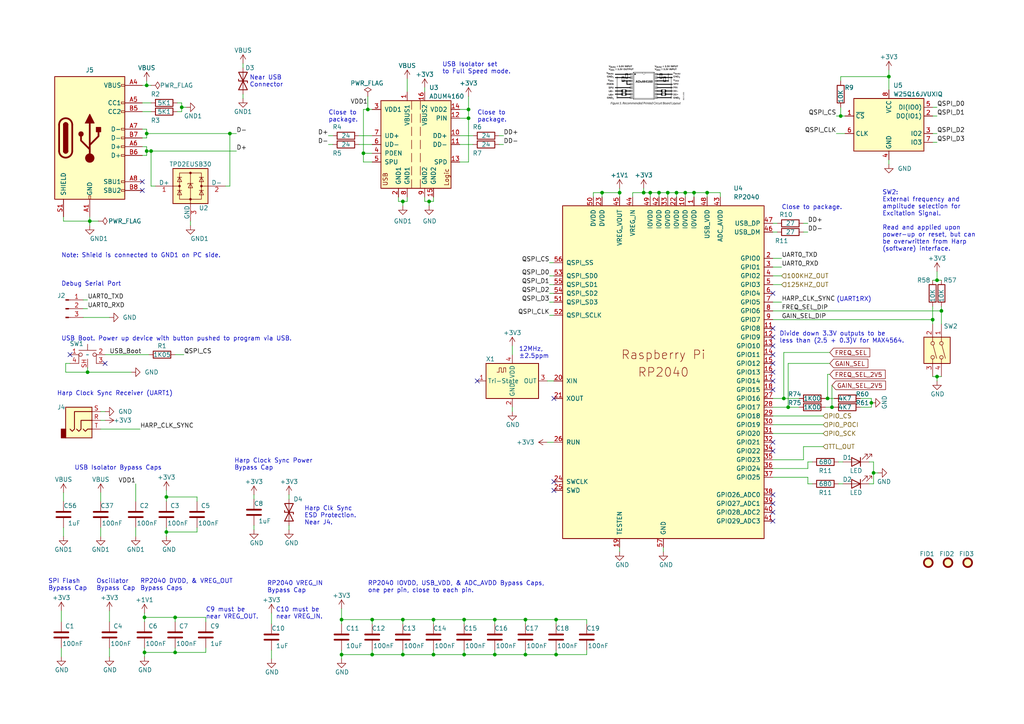
<source format=kicad_sch>
(kicad_sch (version 20231120) (generator "eeschema") (generator_version "8.0")
  (paper "A4")
  (title_block (title "Lickety Split Capacitive Lick Detector Main Board") (date "2023-09-01") (rev "1.0.0") (company "The Allen Institute for Neural Dynamics"))
  (junction (at 52.705 31.115))
  (junction (at 273.05 90.17))
  (junction (at 174.625 55.88))
  (junction (at 191.135 55.88))
  (junction (at 50.8 179.07))
  (junction (at 201.295 55.88))
  (junction (at 116.84 58.42))
  (junction (at 105.41 44.45))
  (junction (at 107.95 189.865))
  (junction (at 253.365 137.16))
  (junction (at 271.78 109.22))
  (junction (at 99.06 189.865))
  (junction (at 41.91 179.07))
  (junction (at 25.4 107.95))
  (junction (at 179.705 55.88))
  (junction (at 99.06 179.705))
  (junction (at 227.33 115.57))
  (junction (at 134.62 189.865))
  (junction (at 43.815 43.815))
  (junction (at 116.84 189.865))
  (junction (at 152.4 189.865))
  (junction (at 161.29 179.705))
  (junction (at 243.84 33.655))
  (junction (at 134.62 179.705))
  (junction (at 26.035 64.135))
  (junction (at 42.545 43.815))
  (junction (at 240.03 115.57))
  (junction (at 125.73 179.705))
  (junction (at 228.6 118.11))
  (junction (at 41.91 189.23))
  (junction (at 271.78 81.28))
  (junction (at 116.84 179.705))
  (junction (at 152.4 179.705))
  (junction (at 205.105 55.88))
  (junction (at 42.545 38.735))
  (junction (at 193.675 55.88))
  (junction (at 50.8 189.23))
  (junction (at 241.3 118.11))
  (junction (at 48.26 154.305))
  (junction (at 143.51 179.705))
  (junction (at 196.215 55.88))
  (junction (at 135.89 31.75))
  (junction (at 107.95 179.705))
  (junction (at 42.545 24.765))
  (junction (at 186.69 55.88))
  (junction (at 66.675 38.735))
  (junction (at 252.73 116.84))
  (junction (at 124.46 58.42))
  (junction (at 161.29 189.865))
  (junction (at 188.595 55.88))
  (junction (at 257.81 22.225))
  (junction (at 270.51 92.71))
  (junction (at 125.73 189.865))
  (junction (at 198.755 55.88))
  (junction (at 48.26 144.145))
  (junction (at 106.68 31.75))
  (junction (at 143.51 189.865))
  (junction (at 135.89 34.29))
  (no_connect (at 41.275 55.245))
  (no_connect (at 224.155 130.81))
  (no_connect (at 224.155 95.25))
  (no_connect (at 224.155 110.49))
  (no_connect (at 224.155 113.03))
  (no_connect (at 224.155 102.87))
  (no_connect (at 224.155 148.59))
  (no_connect (at 224.155 107.95))
  (no_connect (at 20.32 102.87))
  (no_connect (at 224.155 146.05))
  (no_connect (at 224.155 143.51))
  (no_connect (at 224.155 151.13))
  (no_connect (at 224.155 128.27))
  (no_connect (at 30.48 105.41))
  (no_connect (at 160.655 115.57))
  (no_connect (at 224.155 105.41))
  (no_connect (at 224.155 85.09))
  (no_connect (at 224.155 97.79))
  (no_connect (at 41.275 52.705))
  (no_connect (at 160.655 139.7))
  (no_connect (at 224.155 100.33))
  (no_connect (at 160.655 142.24))
  (no_connect (at 138.43 110.49))
  (wire (pts (xy 243.84 22.225) (xy 257.81 22.225)))
  (wire (pts (xy 234.315 138.43) (xy 224.155 138.43)))
  (wire (pts (xy 31.75 177.165) (xy 31.75 180.34)))
  (wire (pts (xy 270.51 88.9) (xy 270.51 92.71)))
  (wire (pts (xy 57.15 154.305) (xy 57.15 153.035)))
  (wire (pts (xy 95.25 39.37) (xy 96.52 39.37)))
  (wire (pts (xy 104.14 39.37) (xy 107.95 39.37)))
  (wire (pts (xy 106.68 27.94) (xy 106.68 31.75)))
  (wire (pts (xy 196.215 55.88) (xy 196.215 57.15)))
  (wire (pts (xy 193.675 55.88) (xy 196.215 55.88)))
  (wire (pts (xy 257.81 22.225) (xy 257.81 26.035)))
  (wire (pts (xy 243.84 23.495) (xy 243.84 22.225)))
  (wire (pts (xy 99.06 179.705) (xy 99.06 180.975)))
  (wire (pts (xy 25.4 106.68) (xy 25.4 107.95)))
  (wire (pts (xy 41.91 179.07) (xy 50.8 179.07)))
  (wire (pts (xy 124.46 58.42) (xy 125.73 58.42)))
  (wire (pts (xy 123.19 58.42) (xy 124.46 58.42)))
  (wire (pts (xy 18.415 153.035) (xy 18.415 155.575)))
  (wire (pts (xy 252.095 133.985) (xy 253.365 133.985)))
  (wire (pts (xy 18.415 62.865) (xy 18.415 64.135)))
  (wire (pts (xy 42.545 42.545) (xy 42.545 43.815)))
  (wire (pts (xy 39.37 140.335) (xy 39.37 145.415)))
  (wire (pts (xy 42.545 43.815) (xy 42.545 45.085)))
  (wire (pts (xy 253.365 137.16) (xy 254.635 137.16)))
  (wire (pts (xy 30.48 102.87) (xy 43.18 102.87)))
  (wire (pts (xy 270.51 38.735) (xy 271.78 38.735)))
  (wire (pts (xy 144.78 41.91) (xy 146.05 41.91)))
  (wire (pts (xy 252.73 115.57) (xy 252.73 116.84)))
  (wire (pts (xy 253.365 137.16) (xy 253.365 140.335)))
  (wire (pts (xy 107.95 188.595) (xy 107.95 189.865)))
  (wire (pts (xy 48.26 142.24) (xy 48.26 144.145)))
  (wire (pts (xy 243.84 31.115) (xy 243.84 33.655)))
  (wire (pts (xy 143.51 179.705) (xy 143.51 180.975)))
  (wire (pts (xy 19.05 107.95) (xy 19.05 105.41)))
  (wire (pts (xy 134.62 179.705) (xy 143.51 179.705)))
  (wire (pts (xy 29.21 124.46) (xy 40.64 124.46)))
  (wire (pts (xy 224.155 115.57) (xy 227.33 115.57)))
  (wire (pts (xy 125.73 180.975) (xy 125.73 179.705)))
  (wire (pts (xy 170.18 188.595) (xy 170.18 189.865)))
  (wire (pts (xy 160.655 80.01) (xy 159.385 80.01)))
  (wire (pts (xy 18.415 142.875) (xy 18.415 145.415)))
  (wire (pts (xy 134.62 189.865) (xy 125.73 189.865)))
  (wire (pts (xy 224.155 123.19) (xy 238.76 123.19)))
  (wire (pts (xy 39.37 153.035) (xy 39.37 155.575)))
  (wire (pts (xy 116.84 179.705) (xy 116.84 180.975)))
  (wire (pts (xy 143.51 188.595) (xy 143.51 189.865)))
  (wire (pts (xy 66.675 38.735) (xy 66.675 53.975)))
  (wire (pts (xy 160.655 82.55) (xy 159.385 82.55)))
  (wire (pts (xy 201.295 55.88) (xy 201.295 57.15)))
  (wire (pts (xy 123.19 57.15) (xy 123.19 58.42)))
  (wire (pts (xy 252.095 140.335) (xy 253.365 140.335)))
  (wire (pts (xy 125.73 188.595) (xy 125.73 189.865)))
  (wire (pts (xy 227.33 102.235) (xy 227.33 115.57)))
  (wire (pts (xy 224.155 67.31) (xy 225.425 67.31)))
  (wire (pts (xy 133.35 41.91) (xy 137.16 41.91)))
  (wire (pts (xy 115.57 57.15) (xy 115.57 58.42)))
  (wire (pts (xy 135.89 31.75) (xy 133.35 31.75)))
  (wire (pts (xy 239.395 115.57) (xy 240.03 115.57)))
  (wire (pts (xy 224.155 133.35) (xy 233.045 133.35)))
  (wire (pts (xy 242.57 33.655) (xy 243.84 33.655)))
  (wire (pts (xy 188.595 55.88) (xy 186.69 55.88)))
  (wire (pts (xy 198.755 55.88) (xy 201.295 55.88)))
  (wire (pts (xy 42.545 45.085) (xy 41.275 45.085)))
  (wire (pts (xy 125.73 189.865) (xy 116.84 189.865)))
  (wire (pts (xy 208.915 55.88) (xy 205.105 55.88)))
  (wire (pts (xy 43.815 53.975) (xy 45.085 53.975)))
  (wire (pts (xy 233.045 64.77) (xy 234.315 64.77)))
  (wire (pts (xy 41.91 189.23) (xy 41.91 190.5)))
  (wire (pts (xy 59.69 189.23) (xy 59.69 187.96)))
  (wire (pts (xy 243.205 140.335) (xy 244.475 140.335)))
  (wire (pts (xy 116.84 58.42) (xy 116.84 59.69)))
  (wire (pts (xy 196.215 55.88) (xy 198.755 55.88)))
  (wire (pts (xy 205.105 55.88) (xy 201.295 55.88)))
  (wire (pts (xy 133.35 34.29) (xy 135.89 34.29)))
  (wire (pts (xy 19.05 107.95) (xy 25.4 107.95)))
  (wire (pts (xy 243.84 33.655) (xy 245.11 33.655)))
  (wire (pts (xy 42.545 24.765) (xy 41.275 24.765)))
  (wire (pts (xy 271.78 109.22) (xy 271.78 110.49)))
  (wire (pts (xy 42.545 23.495) (xy 42.545 24.765)))
  (wire (pts (xy 174.625 55.88) (xy 174.625 57.15)))
  (wire (pts (xy 105.41 46.99) (xy 105.41 44.45)))
  (wire (pts (xy 51.435 29.845) (xy 52.705 29.845)))
  (wire (pts (xy 70.485 27.305) (xy 70.485 28.575)))
  (wire (pts (xy 48.26 154.305) (xy 57.15 154.305)))
  (wire (pts (xy 43.815 24.765) (xy 42.545 24.765)))
  (wire (pts (xy 70.485 18.415) (xy 70.485 19.685)))
  (wire (pts (xy 224.155 90.17) (xy 273.05 90.17)))
  (wire (pts (xy 179.705 55.88) (xy 174.625 55.88)))
  (wire (pts (xy 50.8 179.07) (xy 59.69 179.07)))
  (wire (pts (xy 224.155 82.55) (xy 226.695 82.55)))
  (wire (pts (xy 234.315 135.89) (xy 234.315 133.985)))
  (wire (pts (xy 152.4 188.595) (xy 152.4 189.865)))
  (wire (pts (xy 55.245 64.135) (xy 55.245 65.405)))
  (wire (pts (xy 243.205 133.985) (xy 244.475 133.985)))
  (wire (pts (xy 252.73 116.84) (xy 252.73 118.11)))
  (wire (pts (xy 118.11 57.15) (xy 118.11 58.42)))
  (wire (pts (xy 73.66 143.51) (xy 73.66 144.78)))
  (wire (pts (xy 144.78 39.37) (xy 146.05 39.37)))
  (wire (pts (xy 50.8 180.34) (xy 50.8 179.07)))
  (wire (pts (xy 198.755 55.88) (xy 198.755 57.15)))
  (wire (pts (xy 78.74 188.595) (xy 78.74 191.135)))
  (wire (pts (xy 43.815 43.815) (xy 43.815 53.975)))
  (wire (pts (xy 241.3 118.11) (xy 241.935 118.11)))
  (wire (pts (xy 135.89 34.29) (xy 135.89 46.99)))
  (wire (pts (xy 228.6 118.11) (xy 231.775 118.11)))
  (wire (pts (xy 174.625 55.88) (xy 172.085 55.88)))
  (wire (pts (xy 41.91 187.96) (xy 41.91 189.23)))
  (wire (pts (xy 159.385 91.44) (xy 160.655 91.44)))
  (wire (pts (xy 161.29 189.865) (xy 170.18 189.865)))
  (wire (pts (xy 273.05 88.9) (xy 273.05 90.17)))
  (wire (pts (xy 249.555 118.11) (xy 252.73 118.11)))
  (wire (pts (xy 42.545 38.735) (xy 66.675 38.735)))
  (wire (pts (xy 105.41 44.45) (xy 105.41 31.75)))
  (wire (pts (xy 183.515 55.88) (xy 183.515 57.15)))
  (wire (pts (xy 133.35 39.37) (xy 137.16 39.37)))
  (wire (pts (xy 24.13 89.535) (xy 25.4 89.535)))
  (wire (pts (xy 158.75 128.27) (xy 160.655 128.27)))
  (wire (pts (xy 118.11 58.42) (xy 116.84 58.42)))
  (wire (pts (xy 224.155 80.01) (xy 226.695 80.01)))
  (wire (pts (xy 26.035 64.135) (xy 28.575 64.135)))
  (wire (pts (xy 273.05 109.22) (xy 271.78 109.22)))
  (wire (pts (xy 52.705 32.385) (xy 52.705 31.115)))
  (wire (pts (xy 179.705 55.88) (xy 179.705 57.15)))
  (wire (pts (xy 135.89 46.99) (xy 133.35 46.99)))
  (wire (pts (xy 116.84 189.865) (xy 107.95 189.865)))
  (wire (pts (xy 25.4 107.95) (xy 38.1 107.95)))
  (wire (pts (xy 66.675 38.735) (xy 68.58 38.735)))
  (wire (pts (xy 188.595 55.88) (xy 191.135 55.88)))
  (wire (pts (xy 42.545 40.005) (xy 41.275 40.005)))
  (wire (pts (xy 257.81 46.355) (xy 257.81 47.625)))
  (wire (pts (xy 191.135 55.88) (xy 191.135 57.15)))
  (wire (pts (xy 29.21 153.035) (xy 29.21 155.575)))
  (wire (pts (xy 179.705 54.61) (xy 179.705 55.88)))
  (wire (pts (xy 50.8 189.23) (xy 59.69 189.23)))
  (wire (pts (xy 17.78 187.96) (xy 17.78 190.5)))
  (wire (pts (xy 233.045 129.54) (xy 233.045 133.35)))
  (wire (pts (xy 179.705 158.75) (xy 179.705 160.02)))
  (wire (pts (xy 125.73 179.705) (xy 134.62 179.705)))
  (wire (pts (xy 271.78 81.28) (xy 273.05 81.28)))
  (wire (pts (xy 83.82 152.4) (xy 83.82 153.67)))
  (wire (pts (xy 107.95 31.75) (xy 106.68 31.75)))
  (wire (pts (xy 186.69 54.61) (xy 186.69 55.88)))
  (wire (pts (xy 224.155 125.73) (xy 238.76 125.73)))
  (wire (pts (xy 118.11 22.86) (xy 118.11 26.67)))
  (wire (pts (xy 99.06 188.595) (xy 99.06 189.865)))
  (wire (pts (xy 234.315 140.335) (xy 234.315 138.43)))
  (wire (pts (xy 227.33 115.57) (xy 231.775 115.57)))
  (wire (pts (xy 152.4 180.975) (xy 152.4 179.705)))
  (wire (pts (xy 99.06 179.705) (xy 107.95 179.705)))
  (wire (pts (xy 205.105 55.88) (xy 205.105 57.15)))
  (wire (pts (xy 41.91 189.23) (xy 50.8 189.23)))
  (wire (pts (xy 107.95 46.99) (xy 105.41 46.99)))
  (wire (pts (xy 148.59 118.11) (xy 148.59 119.38)))
  (wire (pts (xy 152.4 189.865) (xy 161.29 189.865)))
  (wire (pts (xy 52.705 31.115) (xy 52.705 29.845)))
  (wire (pts (xy 24.13 86.995) (xy 25.4 86.995)))
  (wire (pts (xy 228.6 105.41) (xy 228.6 118.11)))
  (wire (pts (xy 224.155 74.93) (xy 226.695 74.93)))
  (wire (pts (xy 161.29 179.705) (xy 152.4 179.705)))
  (wire (pts (xy 143.51 189.865) (xy 134.62 189.865)))
  (wire (pts (xy 208.915 57.15) (xy 208.915 55.88)))
  (wire (pts (xy 17.78 177.165) (xy 17.78 180.34)))
  (wire (pts (xy 188.595 55.88) (xy 188.595 57.15)))
  (wire (pts (xy 224.155 120.65) (xy 238.76 120.65)))
  (wire (pts (xy 158.75 110.49) (xy 160.655 110.49)))
  (wire (pts (xy 224.155 77.47) (xy 226.695 77.47)))
  (wire (pts (xy 253.365 133.985) (xy 253.365 137.16)))
  (wire (pts (xy 161.29 180.975) (xy 161.29 179.705)))
  (wire (pts (xy 234.315 133.985) (xy 235.585 133.985)))
  (wire (pts (xy 271.78 109.22) (xy 270.51 109.22)))
  (wire (pts (xy 123.19 25.4) (xy 123.19 26.67)))
  (wire (pts (xy 41.91 177.8) (xy 41.91 179.07)))
  (wire (pts (xy 238.76 129.54) (xy 233.045 129.54)))
  (wire (pts (xy 224.155 135.89) (xy 234.315 135.89)))
  (wire (pts (xy 48.26 153.035) (xy 48.26 154.305)))
  (wire (pts (xy 18.415 64.135) (xy 26.035 64.135)))
  (wire (pts (xy 57.15 145.415) (xy 57.15 144.145)))
  (wire (pts (xy 41.275 29.845) (xy 43.815 29.845)))
  (wire (pts (xy 29.21 142.875) (xy 29.21 145.415)))
  (wire (pts (xy 224.155 87.63) (xy 226.695 87.63)))
  (wire (pts (xy 26.035 62.865) (xy 26.035 64.135)))
  (wire (pts (xy 143.51 179.705) (xy 152.4 179.705)))
  (wire (pts (xy 270.51 33.655) (xy 271.78 33.655)))
  (wire (pts (xy 48.26 154.305) (xy 48.26 155.575)))
  (wire (pts (xy 116.84 188.595) (xy 116.84 189.865)))
  (wire (pts (xy 116.84 58.42) (xy 115.57 58.42)))
  (wire (pts (xy 193.675 55.88) (xy 193.675 57.15)))
  (wire (pts (xy 170.18 180.975) (xy 170.18 179.705)))
  (wire (pts (xy 270.51 31.115) (xy 271.78 31.115)))
  (wire (pts (xy 224.155 64.77) (xy 225.425 64.77)))
  (wire (pts (xy 29.21 119.38) (xy 30.48 119.38)))
  (wire (pts (xy 41.275 37.465) (xy 42.545 37.465)))
  (wire (pts (xy 42.545 37.465) (xy 42.545 38.735)))
  (wire (pts (xy 99.06 189.865) (xy 107.95 189.865)))
  (wire (pts (xy 160.655 87.63) (xy 159.385 87.63)))
  (wire (pts (xy 159.385 76.2) (xy 160.655 76.2)))
  (wire (pts (xy 42.545 43.815) (xy 43.815 43.815)))
  (wire (pts (xy 24.13 92.075) (xy 31.75 92.075)))
  (wire (pts (xy 241.3 111.76) (xy 241.3 118.11)))
  (wire (pts (xy 161.29 189.865) (xy 161.29 188.595)))
  (wire (pts (xy 172.085 55.88) (xy 172.085 57.15)))
  (wire (pts (xy 235.585 140.335) (xy 234.315 140.335)))
  (wire (pts (xy 152.4 189.865) (xy 143.51 189.865)))
  (wire (pts (xy 41.91 179.07) (xy 41.91 180.34)))
  (wire (pts (xy 107.95 179.705) (xy 107.95 180.975)))
  (wire (pts (xy 135.89 27.94) (xy 135.89 31.75)))
  (wire (pts (xy 106.68 31.75) (xy 105.41 31.75)))
  (wire (pts (xy 134.62 179.705) (xy 134.62 180.975)))
  (wire (pts (xy 191.135 55.88) (xy 193.675 55.88)))
  (wire (pts (xy 73.66 152.4) (xy 73.66 153.67)))
  (wire (pts (xy 78.74 177.8) (xy 78.74 180.975)))
  (wire (pts (xy 83.82 143.51) (xy 83.82 144.78)))
  (wire (pts (xy 233.045 67.31) (xy 234.315 67.31)))
  (wire (pts (xy 50.8 189.23) (xy 50.8 187.96)))
  (wire (pts (xy 51.435 32.385) (xy 52.705 32.385)))
  (wire (pts (xy 270.51 81.28) (xy 271.78 81.28)))
  (wire (pts (xy 240.665 102.235) (xy 227.33 102.235)))
  (wire (pts (xy 249.555 115.57) (xy 252.73 115.57)))
  (wire (pts (xy 240.665 105.41) (xy 228.6 105.41)))
  (wire (pts (xy 99.06 189.865) (xy 99.06 191.135)))
  (wire (pts (xy 242.57 38.735) (xy 245.11 38.735)))
  (wire (pts (xy 31.75 187.96) (xy 31.75 190.5)))
  (wire (pts (xy 52.705 31.115) (xy 53.975 31.115)))
  (wire (pts (xy 19.05 105.41) (xy 20.32 105.41)))
  (wire (pts (xy 41.275 42.545) (xy 42.545 42.545)))
  (wire (pts (xy 160.655 85.09) (xy 159.385 85.09)))
  (wire (pts (xy 192.405 158.75) (xy 192.405 160.02)))
  (wire (pts (xy 270.51 92.71) (xy 270.51 93.98)))
  (wire (pts (xy 125.73 58.42) (xy 125.73 57.15)))
  (wire (pts (xy 41.275 32.385) (xy 43.815 32.385)))
  (wire (pts (xy 134.62 188.595) (xy 134.62 189.865)))
  (wire (pts (xy 59.69 180.34) (xy 59.69 179.07)))
  (wire (pts (xy 48.26 144.145) (xy 48.26 145.415)))
  (wire (pts (xy 116.84 179.705) (xy 125.73 179.705)))
  (wire (pts (xy 104.14 41.91) (xy 107.95 41.91)))
  (wire (pts (xy 239.395 118.11) (xy 241.3 118.11)))
  (wire (pts (xy 273.05 90.17) (xy 273.05 93.98)))
  (wire (pts (xy 257.81 20.32) (xy 257.81 22.225)))
  (wire (pts (xy 107.95 44.45) (xy 105.41 44.45)))
  (wire (pts (xy 124.46 58.42) (xy 124.46 59.69)))
  (wire (pts (xy 57.15 144.145) (xy 48.26 144.145)))
  (wire (pts (xy 224.155 118.11) (xy 228.6 118.11)))
  (wire (pts (xy 43.815 43.815) (xy 68.58 43.815)))
  (wire (pts (xy 29.21 121.92) (xy 30.48 121.92)))
  (wire (pts (xy 148.59 100.33) (xy 148.59 102.87)))
  (wire (pts (xy 66.675 53.975) (xy 65.405 53.975)))
  (wire (pts (xy 42.545 38.735) (xy 42.545 40.005)))
  (wire (pts (xy 170.18 179.705) (xy 161.29 179.705)))
  (wire (pts (xy 186.69 55.88) (xy 183.515 55.88)))
  (wire (pts (xy 240.03 108.585) (xy 240.03 115.57)))
  (wire (pts (xy 95.25 41.91) (xy 96.52 41.91)))
  (wire (pts (xy 270.51 41.275) (xy 271.78 41.275)))
  (wire (pts (xy 240.03 115.57) (xy 241.935 115.57)))
  (wire (pts (xy 116.84 179.705) (xy 107.95 179.705)))
  (wire (pts (xy 26.035 64.135) (xy 26.035 65.405)))
  (wire (pts (xy 240.03 108.585) (xy 240.665 108.585)))
  (wire (pts (xy 271.78 78.74) (xy 271.78 81.28)))
  (wire (pts (xy 50.8 102.87) (xy 53.34 102.87)))
  (wire (pts (xy 99.06 176.53) (xy 99.06 179.705)))
  (wire (pts (xy 224.155 92.71) (xy 270.51 92.71)))
  (wire (pts (xy 135.89 31.75) (xy 135.89 34.29)))
  (image (at 186.69 24.765) (scale 0.172608))
  (text "Close to\npackage." (at 95.25 35.56 0) (effects (font (size 1.27 1.27)) (justify left bottom)))
  (text "Close to\npackage." (at 138.43 35.56 0) (effects (font (size 1.27 1.27)) (justify left bottom)))
  (text "Near USB\nConnector" (at 72.39 25.4 0) (effects (font (size 1.27 1.27)) (justify left bottom)))
  (text "Close to package." (at 226.695 60.96 0) (effects (font (size 1.27 1.27)) (justify left bottom)))
  (text "(UART1RX)" (at 242.57 87.63 0) (effects (font (size 1.27 1.27)) (justify left bottom)))
  (text "Harp Clk Sync\nESD Protection.\nNear J4." (at 88.265 152.4 0) (effects (font (size 1.27 1.27)) (justify left bottom)))
  (text "RP2040 VREG_IN\nBypass Cap" (at 77.47 172.085 0) (effects (font (size 1.27 1.27)) (justify left bottom)))
  (text "Oscillator\nBypass Cap" (at 27.94 171.45 0) (effects (font (size 1.27 1.27)) (justify left bottom)))
  (text "Harp Clock Sync Power\nBypass Cap" (at 67.945 136.525 0) (effects (font (size 1.27 1.27)) (justify left bottom)))
  (text "C10 must be \nnear VREG_IN." (at 80.01 179.705 0) (effects (font (size 1.27 1.27)) (justify left bottom)))
  (text "RP2040 DVDD, & VREG_OUT \nBypass Caps" (at 40.64 171.45 0) (effects (font (size 1.27 1.27)) (justify left bottom)))
  (text "Debug Serial Port" (at 17.78 83.185 0) (effects (font (size 1.27 1.27)) (justify left bottom)))
  (text "USB Boot. Power up device with button pushed to program via USB." (at 17.78 99.06 0) (effects (font (size 1.27 1.27)) (justify left bottom)))
  (text "Divide down 3.3V outputs to be\nless than (2.5 + 0.3)V for MAX4564." (at 226.06 99.695 0) (effects (font (size 1.27 1.27)) (justify left bottom)))
  (text "C9 must be \nnear VREG_OUT." (at 59.69 179.705 0) (effects (font (size 1.27 1.27)) (justify left bottom)))
  (text "Harp Clock Sync Receiver (UART1)" (at 16.51 114.935 0) (effects (font (size 1.27 1.27)) (justify left bottom)))
  (text "12MHz,\n±2.5ppm" (at 150.495 104.14 0) (effects (font (size 1.27 1.27)) (justify left bottom)))
  (text "Note: Shield is connected to GND1 on PC side." (at 17.78 74.93 0) (effects (font (size 1.27 1.27)) (justify left bottom)))
  (text "RP2040 IOVDD, USB_VDD, & ADC_AVDD Bypass Caps, \none per pin, close to each pin." (at 106.68 172.085 0) (effects (font (size 1.27 1.27)) (justify left bottom)))
  (text "USB Isolator Bypass Caps" (at 21.59 136.525 0) (effects (font (size 1.27 1.27)) (justify left bottom)))
  (text "SW2:\nExternal frequency and \namplitude selection for\nExcitation Signal.\n\nRead and applied upon\npower-up or reset, but can\nbe overwritten from Harp\n(software) interface." (at 255.905 73.025 0) (effects (font (size 1.27 1.27)) (justify left bottom)))
  (text "SPI Flash\nBypass Cap" (at 13.97 171.45 0) (effects (font (size 1.27 1.27)) (justify left bottom)))
  (text "USB Isolator set\nto Full Speed mode." (at 128.27 21.59 0) (effects (font (size 1.27 1.27)) (justify left bottom)))
  (label "HARP_CLK_SYNC" (at 40.64 124.46 0))
  (label "QSPI_CS" (at 53.34 102.87 0))
  (label "UART0_TXD" (at 226.695 74.93 0))
  (label "QSPI_D3" (at 159.385 87.63 180))
  (label "QSPI_D2" (at 159.385 85.09 180))
  (label "D-" (at 95.25 41.91 180))
  (label "UART0_RXD" (at 25.4 89.535 0))
  (label "QSPI_D1" (at 159.385 82.55 180))
  (label "QSPI_D0" (at 271.78 31.115 0))
  (label "FREQ_SEL_DIP" (at 226.695 90.17 0))
  (label "DD-" (at 146.05 41.91 0))
  (label "QSPI_D3" (at 271.78 41.275 0))
  (label "DD+" (at 146.05 39.37 0))
  (label "HARP_CLK_SYNC" (at 226.695 87.63 0))
  (label "QSPI_CS" (at 242.57 33.655 180))
  (label "USB_Boot" (at 31.75 102.87 0))
  (label "UART0_TXD" (at 25.4 86.995 0))
  (label "QSPI_CLK" (at 242.57 38.735 180))
  (label "DD-" (at 234.315 67.31 0))
  (label "UART0_RXD" (at 226.695 77.47 0))
  (label "D-" (at 68.58 38.735 0))
  (label "QSPI_D2" (at 271.78 38.735 0))
  (label "VDD1" (at 106.68 30.48 180))
  (label "VDD1" (at 39.37 140.335 180))
  (label "GAIN_SEL_DIP" (at 226.695 92.71 0))
  (label "D+" (at 68.58 43.815 0))
  (label "D+" (at 95.25 39.37 180))
  (label "QSPI_D1" (at 271.78 33.655 0))
  (label "QSPI_D0" (at 159.385 80.01 180))
  (label "QSPI_CLK" (at 159.385 91.44 180))
  (label "QSPI_CS" (at 159.385 76.2 180))
  (label "DD+" (at 234.315 64.77 0))
  (global_label "GAIN_SEL_2V5" (shape input) (at 241.3 111.76 0) (property "Intersheetrefs" "${INTERSHEET_REFS}" (effects (hide yes))))
  (global_label "GAIN_SEL" (shape input) (at 240.665 105.41 0) (property "Intersheetrefs" "${INTERSHEET_REFS}" (effects (hide yes))))
  (global_label "FREQ_SEL_2V5" (shape input) (at 240.665 108.585 0) (property "Intersheetrefs" "${INTERSHEET_REFS}" (effects (hide yes))))
  (global_label "FREQ_SEL" (shape input) (at 240.665 102.235 0) (property "Intersheetrefs" "${INTERSHEET_REFS}" (effects (hide yes))))
  (hierarchical_label "PIO_SCK" (shape input) (at 238.76 125.73 0))
  (hierarchical_label "100KHZ_OUT" (shape input) (at 226.695 80.01 0))
  (hierarchical_label "125KHZ_OUT" (shape input) (at 226.695 82.55 0))
  (hierarchical_label "TTL_OUT" (shape input) (at 238.76 129.54 0))
  (hierarchical_label "PIO_POCI" (shape input) (at 238.76 123.19 0))
  (hierarchical_label "PIO_CS" (shape input) (at 238.76 120.65 0))
  (symbol (lib_id "Device:R") (at 47.625 32.385 90) (unit 1)
    (property "Reference" "R3" (at 45.085 34.925 90))
    (property "Value" "5K1" (at 47.625 32.385 90))
    (property "Footprint" "Resistor_SMD:R_0402_1005Metric" (effects (hide yes)))
    (property "Datasheet" "https://www.yageo.com/upload/media/product/productsearch/datasheet/rchip/PYu-RT_1-to-0.01_RoHS_L_13.pdf" (effects (hide yes)))
    (property "Link" "https://www.digikey.com/en/products/detail/yageo/RT0402FRE075K1L/1072083" (effects (hide yes)))
    (property "Manufacturer" "Yageo" (effects (hide yes)))
    (property "Manufacturer Number" "RT0402FRE075K1L" (effects (hide yes)))
    (property "Tolerance" "1%" (effects (hide yes)))
    (property "PCBWay Link" "https://www.pcbway.com/components/detail/RT0402FRE075K1L/449762/" (effects (hide yes)))
  )
  (symbol (lib_id "power:GND") (at 83.82 153.67 0) (unit 1)
    (property "Reference" "#PWR095" (effects (hide yes)))
    (property "Value" "GND" (at 82.55 157.48 0) (effects (justify left)))
  )
  (symbol (lib_id "Mechanical:Fiducial") (at 269.24 163.195 0) (unit 1)
    (property "Reference" "FID1" (at 266.7 160.655 0) (effects (justify left)))
    (property "Value" "Fiducial" (effects (hide yes)))
    (property "Footprint" "Fiducial:Fiducial_0.5mm_Mask1mm" (effects (hide yes)))
    (property "Datasheet" "n/a" (effects (hide yes)))
    (property "Link" "n/a" (effects (hide yes)))
    (property "Manufacturer" "n/a" (effects (hide yes)))
    (property "Manufacturer Number" "n/a" (effects (hide yes)))
  )
  (symbol (lib_id "power:GND1") (at 70.485 28.575 0) (unit 1)
    (property "Reference" "#PWR079" (effects (hide yes)))
    (property "Value" "GND1" (at 70.485 32.385 0))
  )
  (symbol (lib_id "power:+3V3") (at 271.78 78.74 0) (unit 1)
    (property "Reference" "#PWR08" (effects (hide yes)))
    (property "Value" "+3V3" (at 271.78 74.93 0))
  )
  (symbol (lib_id "Device:R") (at 243.84 27.305 180) (unit 1)
    (property "Reference" "R9" (at 247.65 25.4 0) (effects (justify left)))
    (property "Value" "10K" (at 243.84 26.035 90) (effects (justify left)))
    (property "Footprint" "Resistor_SMD:R_0402_1005Metric" (effects (hide yes)))
    (property "Datasheet" "https://www.koaspeer.com/pdfs/SG73P.pdf" (effects (hide yes)))
    (property "Link" "https://www.digikey.com/en/products/detail/koa-speer-electronics-inc/SG73P1EWTTP1002F/14316756" (effects (hide yes)))
    (property "Manufacturer" "KOA Speer Electronics, Inc." (effects (hide yes)))
    (property "Manufacturer Number" "SG73P1EWTTP1002F" (effects (hide yes)))
  )
  (symbol (lib_id "Device:R") (at 100.33 41.91 90) (unit 1)
    (property "Reference" "R5" (at 97.79 44.45 90))
    (property "Value" "24" (at 100.33 41.91 90))
    (property "Footprint" "Resistor_SMD:R_0402_1005Metric" (effects (hide yes)))
    (property "Datasheet" "https://www.yageo.com/upload/media/product/productsearch/datasheet/rchip/PYu-AC_51_RoHS_L_10.pdf" (effects (hide yes)))
    (property "Link" "https://www.digikey.com/en/products/detail/yageo/AC0402FR-0724RL/5895214" (effects (hide yes)))
    (property "Manufacturer" "Yageo" (effects (hide yes)))
    (property "Manufacturer Number" "AC0402FR-0724RL" (effects (hide yes)))
    (property "Tolerance" "1%" (effects (hide yes)))
  )
  (symbol (lib_id "Memory_Flash:W25Q128JVS") (at 257.81 36.195 0) (unit 1)
    (property "Reference" "U5" (at 259.08 24.765 0) (effects (justify left)))
    (property "Value" "W25Q16JVUXIQ" (at 259.08 27.305 0) (effects (justify left)))
    (property "Footprint" "kicad_component_library:Winbond-8USON-2x3mm" (effects (hide yes)))
    (property "Datasheet" "https://www.winbond.com/resource-files/w25q16jv%20spi%20revh%2004082019%20plus.pdf" (effects (hide yes)))
    (property "Link" "https://www.digikey.com/en/products/detail/winbond-electronics/W25Q16JVUXIQ-TR/15182017" (effects (hide yes)))
    (property "Manufacturer" "Winbond Electronics" (effects (hide yes)))
    (property "Manufacturer Number" "W25Q16JVUXIQ TR" (effects (hide yes)))
    (property "PCBWay Link" "https://www.pcbway.com/components" (effects (hide yes)))
  )
  (symbol (lib_id "power:GND") (at 252.73 116.84 90) (unit 1)
    (property "Reference" "#PWR0135" (effects (hide yes)))
    (property "Value" "GND" (at 256.54 118.745 0) (effects (justify left)))
  )
  (symbol (lib_id "Device:R") (at 235.585 118.11 270) (unit 1)
    (property "Reference" "R75" (at 230.505 116.84 90))
    (property "Value" "1K00" (at 235.585 118.11 90))
    (property "Footprint" "Resistor_SMD:R_0402_1005Metric" (effects (hide yes)))
    (property "Datasheet" "https://www.yageo.com/upload/media/product/app/datasheet/rchip/pyu-rt_1-to-0.01_rohs_l.pdf" (effects (hide yes)))
    (property "Tolerance" "0.1%" (effects (hide yes)))
    (property "Link" "https://www.digikey.com/en/products/detail/yageo/RT0402BRB071KL/5925998" (effects (hide yes)))
    (property "Manufacturer" "Yageo" (effects (hide yes)))
    (property "Manufacturer Number" "RT0402BRB071KL" (effects (hide yes)))
  )
  (symbol (lib_id "Device:C") (at 41.91 184.15 180) (unit 1)
    (property "Reference" "C6" (at 45.72 181.61 0) (effects (justify left)))
    (property "Value" "100nF" (at 48.26 186.69 0) (effects (justify left)))
    (property "Footprint" "Capacitor_SMD:C_0402_1005Metric" (effects (hide yes)))
    (property "Datasheet" "http://www.passivecomponent.com/wp-content/uploads/datasheet/WTC_MLCC_General_Purpose.pdf" (effects (hide yes)))
    (property "Link" "https://www.digikey.com/en/products/detail/walsin-technology-corporation/0402B104K160CT/6707534" (effects (hide yes)))
    (property "Manufacturer" "Walson Technology Corporation" (effects (hide yes)))
    (property "Manufacturer Number" "0402B104K160CT" (effects (hide yes)))
    (property "Rated Voltage" "16V" (effects (hide yes)))
    (property "Temperature Coefficient" "X7R" (effects (hide yes)))
    (property "Tolerance" "10%" (effects (hide yes)))
    (property "PCBWay Link" "https://www.pcbway.com/components/detail/0402B104K160CT/307171/" (effects (hide yes)))
  )
  (symbol (lib_id "Mechanical:Fiducial") (at 274.955 163.195 0) (unit 1)
    (property "Reference" "FID2" (at 272.415 160.655 0) (effects (justify left)))
    (property "Value" "Fiducial" (effects (hide yes)))
    (property "Footprint" "Fiducial:Fiducial_0.5mm_Mask1mm" (effects (hide yes)))
    (property "Datasheet" "n/a" (effects (hide yes)))
    (property "Link" "n/a" (effects (hide yes)))
    (property "Manufacturer" "n/a" (effects (hide yes)))
    (property "Manufacturer Number" "n/a" (effects (hide yes)))
  )
  (symbol (lib_id "power:GND") (at 31.75 190.5 0) (unit 1)
    (property "Reference" "#PWR012" (effects (hide yes)))
    (property "Value" "GND" (at 29.845 194.31 0) (effects (justify left)))
  )
  (symbol (lib_id "Device:R") (at 235.585 115.57 270) (unit 1)
    (property "Reference" "R74" (at 230.505 114.3 90))
    (property "Value" "1K00" (at 235.585 115.57 90))
    (property "Footprint" "Resistor_SMD:R_0402_1005Metric" (effects (hide yes)))
    (property "Datasheet" "https://www.yageo.com/upload/media/product/app/datasheet/rchip/pyu-rt_1-to-0.01_rohs_l.pdf" (effects (hide yes)))
    (property "Tolerance" "0.1%" (effects (hide yes)))
    (property "Link" "https://www.digikey.com/en/products/detail/yageo/RT0402BRB071KL/5925998" (effects (hide yes)))
    (property "Manufacturer" "Yageo" (effects (hide yes)))
    (property "Manufacturer Number" "RT0402BRB071KL" (effects (hide yes)))
  )
  (symbol (lib_id "power:GND1") (at 116.84 59.69 0) (unit 1)
    (property "Reference" "#PWR025" (effects (hide yes)))
    (property "Value" "GND1" (at 116.84 64.135 0))
  )
  (symbol (lib_id "power:GND1") (at 29.21 155.575 0) (unit 1)
    (property "Reference" "#PWR065" (effects (hide yes)))
    (property "Value" "GND1" (at 29.21 159.385 0))
  )
  (symbol (lib_id "power:GND") (at 38.1 107.95 90) (unit 1)
    (property "Reference" "#PWR010" (effects (hide yes)))
    (property "Value" "GND" (at 41.91 107.9499 90) (effects (justify right)))
  )
  (symbol (lib_id "Device:C") (at 48.26 149.225 180) (unit 1)
    (property "Reference" "C3" (at 52.07 146.685 0) (effects (justify left)))
    (property "Value" "100nF" (at 54.61 151.765 0) (effects (justify left)))
    (property "Footprint" "Capacitor_SMD:C_0402_1005Metric" (effects (hide yes)))
    (property "Datasheet" "http://www.passivecomponent.com/wp-content/uploads/datasheet/WTC_MLCC_General_Purpose.pdf" (effects (hide yes)))
    (property "Link" "https://www.digikey.com/en/products/detail/walsin-technology-corporation/0402B104K160CT/6707534" (effects (hide yes)))
    (property "Manufacturer" "Walson Technology Corporation" (effects (hide yes)))
    (property "Manufacturer Number" "0402B104K160CT" (effects (hide yes)))
    (property "Rated Voltage" "16V" (effects (hide yes)))
    (property "Temperature Coefficient" "X7R" (effects (hide yes)))
    (property "Tolerance" "10%" (effects (hide yes)))
    (property "PCBWay Link" "https://www.pcbway.com/components/detail/0402B104K160CT/307171/" (effects (hide yes)))
  )
  (symbol (lib_id "power:GND") (at 192.405 160.02 0) (unit 1)
    (property "Reference" "#PWR036" (effects (hide yes)))
    (property "Value" "GND" (at 191.135 163.83 0) (effects (justify left)))
  )
  (symbol (lib_id "Device:C") (at 134.62 184.785 180) (unit 1)
    (property "Reference" "C15" (at 138.43 182.245 0) (effects (justify left)))
    (property "Value" "100nF" (at 140.97 187.325 0) (effects (justify left)))
    (property "Footprint" "Capacitor_SMD:C_0402_1005Metric" (effects (hide yes)))
    (property "Datasheet" "http://www.passivecomponent.com/wp-content/uploads/datasheet/WTC_MLCC_General_Purpose.pdf" (effects (hide yes)))
    (property "Link" "https://www.digikey.com/en/products/detail/walsin-technology-corporation/0402B104K160CT/6707534" (effects (hide yes)))
    (property "Manufacturer" "Walson Technology Corporation" (effects (hide yes)))
    (property "Manufacturer Number" "0402B104K160CT" (effects (hide yes)))
    (property "Rated Voltage" "16V" (effects (hide yes)))
    (property "Temperature Coefficient" "X7R" (effects (hide yes)))
    (property "Tolerance" "10%" (effects (hide yes)))
    (property "PCBWay Link" "https://www.pcbway.com/components/detail/0402B104K160CT/307171/" (effects (hide yes)))
  )
  (symbol (lib_id "power:+3V3") (at 30.48 121.92 270) (unit 1)
    (property "Reference" "#PWR0100" (effects (hide yes)))
    (property "Value" "+3V3" (at 35.56 121.92 90))
  )
  (symbol (lib_id "Device:C") (at 31.75 184.15 180) (unit 1)
    (property "Reference" "C4" (at 35.56 181.61 0) (effects (justify left)))
    (property "Value" "100nF" (at 38.1 186.69 0) (effects (justify left)))
    (property "Footprint" "Capacitor_SMD:C_0402_1005Metric" (effects (hide yes)))
    (property "Datasheet" "http://www.passivecomponent.com/wp-content/uploads/datasheet/WTC_MLCC_General_Purpose.pdf" (effects (hide yes)))
    (property "Link" "https://www.digikey.com/en/products/detail/walsin-technology-corporation/0402B104K160CT/6707534" (effects (hide yes)))
    (property "Manufacturer" "Walson Technology Corporation" (effects (hide yes)))
    (property "Manufacturer Number" "0402B104K160CT" (effects (hide yes)))
    (property "Rated Voltage" "16V" (effects (hide yes)))
    (property "Temperature Coefficient" "X7R" (effects (hide yes)))
    (property "Tolerance" "10%" (effects (hide yes)))
    (property "PCBWay Link" "https://www.pcbway.com/components/detail/0402B104K160CT/307171/" (effects (hide yes)))
  )
  (symbol (lib_id "power:VBUS") (at 70.485 18.415 0) (unit 1)
    (property "Reference" "#PWR055" (effects (hide yes)))
    (property "Value" "VBUS" (at 70.485 14.605 0))
  )
  (symbol (lib_id "power:+1V1") (at 41.91 177.8 0) (unit 1)
    (property "Reference" "#PWR014" (effects (hide yes)))
    (property "Value" "+1V1" (at 41.91 173.99 0))
  )
  (symbol (lib_id "power:PWR_FLAG") (at 43.815 24.765 270) (unit 1)
    (property "Reference" "#FLG02" (effects (hide yes)))
    (property "Value" "PWR_FLAG" (at 46.355 24.765 90) (effects (justify left)))
  )
  (symbol (lib_id "Device:LED") (at 248.285 140.335 180) (unit 1)
    (property "Reference" "D2" (at 245.745 139.065 0))
    (property "Value" "LED" (at 248.285 142.875 0))
    (property "Footprint" "LED_SMD:LED_0603_1608Metric_Pad1.05x0.95mm_HandSolder" (effects (hide yes)))
    (property "Datasheet" "https://www.sunledusa.com/products/spec/XZCDGK53W-1VF.pdf" (effects (hide yes)))
    (property "Link" "https://www.digikey.com/en/products/detail/sunled/XZCDGK53W-1VF/15761905" (effects (hide yes)))
    (property "Notes" "2mA, 98mcd, green" (effects (hide yes)))
    (property "Manufacturer" "SunLED" (effects (hide yes)))
    (property "Manufacturer Number" "XZCDGK53W-1VF" (effects (hide yes)))
  )
  (symbol (lib_id "power:GND") (at 73.66 153.67 0) (unit 1)
    (property "Reference" "#PWR018" (effects (hide yes)))
    (property "Value" "GND" (at 72.39 157.48 0) (effects (justify left)))
  )
  (symbol (lib_id "power:+3V3") (at 123.19 25.4 0) (unit 1)
    (property "Reference" "#PWR029" (effects (hide yes)))
    (property "Value" "+3V3" (at 123.19 21.59 0))
  )
  (symbol (lib_id "Device:R") (at 229.235 64.77 90) (unit 1)
    (property "Reference" "R10" (at 227.965 62.23 90))
    (property "Value" "27" (at 229.235 64.77 90))
    (property "Footprint" "Resistor_SMD:R_0402_1005Metric" (effects (hide yes)))
    (property "Datasheet" "https://www.yageo.com/upload/media/product/products/datasheet/rchip/PYu-RC_Group_51_RoHS_L_12.pdf" (effects (hide yes)))
    (property "Link" "https://www.digikey.com/en/products/detail/yageo/RC0402FR-0727RL/5280946" (effects (hide yes)))
    (property "Manufacturer" "Yageo" (effects (hide yes)))
    (property "Manufacturer Number" "RC0402FR-0727RL" (effects (hide yes)))
    (property "Tolerance" "1%" (effects (hide yes)))
    (property "PCBWay Link" "https://www.pcbway.com/components/detail/RC0402FR0727RL/656670/" (effects (hide yes)))
  )
  (symbol (lib_id "Power_Protection:TPD2EUSB30") (at 55.245 53.975 0) (unit 1)
    (property "Reference" "U2" (at 59.055 60.325 0))
    (property "Value" "TPD2EUSB30" (at 55.245 47.625 0))
    (property "Footprint" "Package_TO_SOT_SMD:Texas_DRT-3" (effects (hide yes)))
    (property "Datasheet" "http://www.ti.com/lit/ds/symlink/tpd2eusb30a.pdf" (effects (hide yes)))
    (property "Link" "https://www.digikey.com/en/products/detail/texas-instruments/TPD2EUSB30DRTR/2193486" (effects (hide yes)))
    (property "PCBWay Link" "https://www.pcbway.com/components/detail/TPD2EUSB30ADRTR/324861/" (effects (hide yes)))
    (property "Manufacturer" "Texas Instruments" (effects (hide yes)))
    (property "Manufacturer Number" "TPD2EUSB30DRTR" (effects (hide yes)))
  )
  (symbol (lib_id "power:+3V3") (at 257.81 20.32 0) (unit 1)
    (property "Reference" "#PWR037" (effects (hide yes)))
    (property "Value" "+3V3" (at 257.81 16.51 0))
  )
  (symbol (lib_id "power:GND1") (at 26.035 65.405 0) (unit 1)
    (property "Reference" "#PWR04" (effects (hide yes)))
    (property "Value" "GND1" (at 26.035 69.215 0) (effects (justify left)))
  )
  (symbol (lib_id "Device:C") (at 116.84 184.785 180) (unit 1)
    (property "Reference" "C13" (at 120.65 182.245 0) (effects (justify left)))
    (property "Value" "100nF" (at 123.19 187.325 0) (effects (justify left)))
    (property "Footprint" "Capacitor_SMD:C_0402_1005Metric" (effects (hide yes)))
    (property "Datasheet" "http://www.passivecomponent.com/wp-content/uploads/datasheet/WTC_MLCC_General_Purpose.pdf" (effects (hide yes)))
    (property "Link" "https://www.digikey.com/en/products/detail/walsin-technology-corporation/0402B104K160CT/6707534" (effects (hide yes)))
    (property "Manufacturer" "Walson Technology Corporation" (effects (hide yes)))
    (property "Manufacturer Number" "0402B104K160CT" (effects (hide yes)))
    (property "Rated Voltage" "16V" (effects (hide yes)))
    (property "Temperature Coefficient" "X7R" (effects (hide yes)))
    (property "Tolerance" "10%" (effects (hide yes)))
    (property "PCBWay Link" "https://www.pcbway.com/components/detail/0402B104K160CT/307171/" (effects (hide yes)))
  )
  (symbol (lib_id "power:+3V3") (at 78.74 177.8 0) (unit 1)
    (property "Reference" "#PWR021" (effects (hide yes)))
    (property "Value" "+3V3" (at 78.74 173.99 0))
  )
  (symbol (lib_id "power:VBUS") (at 18.415 142.875 0) (unit 1)
    (property "Reference" "#PWR0117" (effects (hide yes)))
    (property "Value" "VBUS" (at 18.415 139.065 0))
  )
  (symbol (lib_id "power:+3V3") (at 135.89 27.94 0) (unit 1)
    (property "Reference" "#PWR027" (effects (hide yes)))
    (property "Value" "+3V3" (at 135.89 24.13 0))
  )
  (symbol (lib_id "Device:R") (at 47.625 29.845 90) (unit 1)
    (property "Reference" "R2" (at 45.085 27.305 90))
    (property "Value" "5K1" (at 47.625 29.845 90))
    (property "Footprint" "Resistor_SMD:R_0402_1005Metric" (effects (hide yes)))
    (property "Datasheet" "https://www.yageo.com/upload/media/product/productsearch/datasheet/rchip/PYu-RT_1-to-0.01_RoHS_L_13.pdf" (effects (hide yes)))
    (property "Link" "https://www.digikey.com/en/products/detail/yageo/RT0402FRE075K1L/1072083" (effects (hide yes)))
    (property "Manufacturer" "Yageo" (effects (hide yes)))
    (property "Manufacturer Number" "RT0402FRE075K1L" (effects (hide yes)))
    (property "Tolerance" "1%" (effects (hide yes)))
    (property "PCBWay Link" "https://www.pcbway.com/components/detail/RT0402FRE075K1L/449762/" (effects (hide yes)))
  )
  (symbol (lib_id "Device:R") (at 270.51 85.09 180) (unit 1)
    (property "Reference" "R58" (at 269.875 81.28 0) (effects (justify left)))
    (property "Value" "10K" (at 270.51 83.82 90) (effects (justify left)))
    (property "Footprint" "Resistor_SMD:R_0402_1005Metric" (effects (hide yes)))
    (property "Datasheet" "https://www.koaspeer.com/pdfs/SG73P.pdf" (effects (hide yes)))
    (property "Link" "https://www.digikey.com/en/products/detail/koa-speer-electronics-inc/SG73P1EWTTP1002F/14316756" (effects (hide yes)))
    (property "Manufacturer" "KOA Speer Electronics, Inc." (effects (hide yes)))
    (property "Manufacturer Number" "SG73P1EWTTP1002F" (effects (hide yes)))
  )
  (symbol (lib_id "Device:R") (at 229.235 67.31 90) (unit 1)
    (property "Reference" "R11" (at 226.695 69.85 90))
    (property "Value" "27" (at 229.235 67.31 90))
    (property "Footprint" "Resistor_SMD:R_0402_1005Metric" (effects (hide yes)))
    (property "Datasheet" "https://www.yageo.com/upload/media/product/products/datasheet/rchip/PYu-RC_Group_51_RoHS_L_12.pdf" (effects (hide yes)))
    (property "Link" "https://www.digikey.com/en/products/detail/yageo/RC0402FR-0727RL/5280946" (effects (hide yes)))
    (property "Manufacturer" "Yageo" (effects (hide yes)))
    (property "Manufacturer Number" "RC0402FR-0727RL" (effects (hide yes)))
    (property "Tolerance" "1%" (effects (hide yes)))
    (property "PCBWay Link" "https://www.pcbway.com/components/detail/RC0402FR0727RL/656670/" (effects (hide yes)))
  )
  (symbol (lib_id "power:GND") (at 99.06 191.135 0) (unit 1)
    (property "Reference" "#PWR024" (effects (hide yes)))
    (property "Value" "GND" (at 97.155 194.945 0) (effects (justify left)))
  )
  (symbol (lib_id "Device:C") (at 143.51 184.785 180) (unit 1)
    (property "Reference" "C16" (at 147.32 182.245 0) (effects (justify left)))
    (property "Value" "100nF" (at 149.86 187.325 0) (effects (justify left)))
    (property "Footprint" "Capacitor_SMD:C_0402_1005Metric" (effects (hide yes)))
    (property "Datasheet" "http://www.passivecomponent.com/wp-content/uploads/datasheet/WTC_MLCC_General_Purpose.pdf" (effects (hide yes)))
    (property "Link" "https://www.digikey.com/en/products/detail/walsin-technology-corporation/0402B104K160CT/6707534" (effects (hide yes)))
    (property "Manufacturer" "Walson Technology Corporation" (effects (hide yes)))
    (property "Manufacturer Number" "0402B104K160CT" (effects (hide yes)))
    (property "Rated Voltage" "16V" (effects (hide yes)))
    (property "Temperature Coefficient" "X7R" (effects (hide yes)))
    (property "Tolerance" "10%" (effects (hide yes)))
    (property "PCBWay Link" "https://www.pcbway.com/components/detail/0402B104K160CT/307171/" (effects (hide yes)))
  )
  (symbol (lib_id "Connector:Conn_01x03_Male") (at 19.05 89.535 0) (unit 1)
    (property "Reference" "J2" (at 17.78 85.725 0))
    (property "Value" "Conn_01x03_Male" (effects (hide yes)))
    (property "Footprint" "Connector_PinHeader_2.54mm:PinHeader_1x03_P2.54mm_Vertical" (effects (hide yes)))
    (property "Datasheet" "n/a" (effects (hide yes)))
    (property "Notes" "DNP" (effects (hide yes)))
    (property "Alternate" "n/a" (effects (hide yes)))
    (property "Link" "n/a" (effects (hide yes)))
    (property "Manufacturer" "n/a" (effects (hide yes)))
    (property "Manufacturer Number" "n/a" (effects (hide yes)))
  )
  (symbol (lib_id "pi_pico:RP2040") (at 192.405 107.95 0) (unit 1)
    (property "Reference" "U4" (at 212.725 54.61 0) (effects (justify left)))
    (property "Value" "RP2040" (at 212.725 57.15 0) (effects (justify left)))
    (property "Footprint" "kicad_component_library:RP2040-QFN-56" (effects (hide yes)))
    (property "Datasheet" "https://datasheets.raspberrypi.com/rp2040/rp2040-datasheet.pdf" (effects (hide yes)))
    (property "PCBWay Link" "https://www.pcbway.com/components/detail/SC091413/363165/" (effects (hide yes)))
    (property "Link" "https://www.digikey.com/en/products/detail/raspberry-pi/SC0914-13/14306010?s=N4IgTCBcDaIE4AcwAYAsyQF0C%2BQ" (effects (hide yes)))
    (property "Manufacturer Number" "SC0914(13)" (effects (hide yes)))
    (property "Manufacturer" "Raspberry Pi" (effects (hide yes)))
  )
  (symbol (lib_id "power:+3V3") (at 31.75 177.165 0) (unit 1)
    (property "Reference" "#PWR064" (effects (hide yes)))
    (property "Value" "+3V3" (at 31.75 173.355 0))
  )
  (symbol (lib_id "power:GND") (at 31.75 92.075 90) (unit 1)
    (property "Reference" "#PWR09" (effects (hide yes)))
    (property "Value" "GND" (at 35.56 92.0749 90) (effects (justify right)))
  )
  (symbol (lib_id "power:GND") (at 148.59 119.38 0) (unit 1)
    (property "Reference" "#PWR031" (effects (hide yes)))
    (property "Value" "GND" (at 146.685 123.19 0) (effects (justify left)))
  )
  (symbol (lib_id "Connector:USB_C_Receptacle_USB2.0") (at 26.035 40.005 0) (unit 1)
    (property "Reference" "J5" (at 26.035 20.32 0))
    (property "Value" "USB_C_Receptacle_USB2.0" (effects (hide yes)))
    (property "Footprint" "Connector_USB:USB_C_Receptacle_JAE_DX07S016JA1R1500" (effects (hide yes)))
    (property "Datasheet" "https://www.jae.com/direct/topics/topics_file_download/?topics_id=66500&ext_no=04&_lang=en&v=2019072610033121856109" (effects (hide yes)))
    (property "Link" "https://www.digikey.com/en/products/detail/jae-electronics/DX07S016JA1R1500/11585731?s=N4IgTCBcDaICIA0AMB2AykgjANgFIEFMAlTAViSRAF0BfIA" (effects (hide yes)))
    (property "Manufacturer" "JAE Electronics" (effects (hide yes)))
    (property "Manufacturer Number" "DX07S016JA1R1500" (effects (hide yes)))
    (property "PCBWay Link" "https://www.pcbway.com/components/detail/DX07S016JA1R1500/10895/" (effects (hide yes)))
  )
  (symbol (lib_id "Device:C") (at 161.29 184.785 180) (unit 1)
    (property "Reference" "C18" (at 165.1 182.245 0) (effects (justify left)))
    (property "Value" "100nF" (at 167.64 187.325 0) (effects (justify left)))
    (property "Footprint" "Capacitor_SMD:C_0402_1005Metric" (effects (hide yes)))
    (property "Datasheet" "http://www.passivecomponent.com/wp-content/uploads/datasheet/WTC_MLCC_General_Purpose.pdf" (effects (hide yes)))
    (property "Link" "https://www.digikey.com/en/products/detail/walsin-technology-corporation/0402B104K160CT/6707534" (effects (hide yes)))
    (property "Manufacturer" "Walson Technology Corporation" (effects (hide yes)))
    (property "Manufacturer Number" "0402B104K160CT" (effects (hide yes)))
    (property "Rated Voltage" "16V" (effects (hide yes)))
    (property "Temperature Coefficient" "X7R" (effects (hide yes)))
    (property "Tolerance" "10%" (effects (hide yes)))
    (property "PCBWay Link" "https://www.pcbway.com/components/detail/0402B104K160CT/307171/" (effects (hide yes)))
  )
  (symbol (lib_id "Device:R") (at 100.33 39.37 90) (unit 1)
    (property "Reference" "R4" (at 97.79 36.83 90))
    (property "Value" "24" (at 100.33 39.37 90))
    (property "Footprint" "Resistor_SMD:R_0402_1005Metric" (effects (hide yes)))
    (property "Datasheet" "https://www.yageo.com/upload/media/product/productsearch/datasheet/rchip/PYu-AC_51_RoHS_L_10.pdf" (effects (hide yes)))
    (property "Link" "https://www.digikey.com/en/products/detail/yageo/AC0402FR-0724RL/5895214" (effects (hide yes)))
    (property "Manufacturer" "Yageo" (effects (hide yes)))
    (property "Manufacturer Number" "AC0402FR-0724RL" (effects (hide yes)))
    (property "Tolerance" "1%" (effects (hide yes)))
  )
  (symbol (lib_id "power:GND") (at 254.635 137.16 90) (unit 1)
    (property "Reference" "#PWR039" (effects (hide yes)))
    (property "Value" "GND" (at 258.445 139.7 90) (effects (justify left)))
  )
  (symbol (lib_id "power:GND1") (at 39.37 155.575 0) (unit 1)
    (property "Reference" "#PWR03" (effects (hide yes)))
    (property "Value" "GND1" (at 39.37 159.385 0))
  )
  (symbol (lib_id "power:VBUS") (at 42.545 23.495 0) (unit 1)
    (property "Reference" "#PWR016" (effects (hide yes)))
    (property "Value" "VBUS" (at 42.545 19.685 0))
  )
  (symbol (lib_id "Device:C") (at 57.15 149.225 180) (unit 1)
    (property "Reference" "C5" (at 60.96 146.685 0) (effects (justify left)))
    (property "Value" "100nF" (at 63.5 151.765 0) (effects (justify left)))
    (property "Footprint" "Capacitor_SMD:C_0402_1005Metric" (effects (hide yes)))
    (property "Datasheet" "http://www.passivecomponent.com/wp-content/uploads/datasheet/WTC_MLCC_General_Purpose.pdf" (effects (hide yes)))
    (property "Link" "https://www.digikey.com/en/products/detail/walsin-technology-corporation/0402B104K160CT/6707534" (effects (hide yes)))
    (property "Manufacturer" "Walson Technology Corporation" (effects (hide yes)))
    (property "Manufacturer Number" "0402B104K160CT" (effects (hide yes)))
    (property "Rated Voltage" "16V" (effects (hide yes)))
    (property "Temperature Coefficient" "X7R" (effects (hide yes)))
    (property "Tolerance" "10%" (effects (hide yes)))
    (property "PCBWay Link" "https://www.pcbway.com/components/detail/0402B104K160CT/307171/" (effects (hide yes)))
  )
  (symbol (lib_id "Device:C") (at 59.69 184.15 0) (unit 1)
    (property "Reference" "C9" (at 60.96 181.61 0) (effects (justify left)))
    (property "Value" "1uF" (at 60.96 186.69 0) (effects (justify left)))
    (property "Footprint" "Capacitor_SMD:C_0402_1005Metric" (effects (hide yes)))
    (property "Datasheet" "https://search.murata.co.jp/Ceramy/image/img/A01X/G101/ENG/GRM155R6YA105KE11-01.pdf" (effects (hide yes)))
    (property "Notes" "must not be polarized" (effects (hide yes)))
    (property "Link" "https://www.digikey.com/en/products/detail/murata-electronics/GRM155R6YA105KE11J/4905163" (effects (hide yes)))
    (property "Manufacturer Number" "GRM155R6YA105KE11J" (effects (hide yes)))
    (property "Manufacturer" "Murata Electronics" (effects (hide yes)))
    (property "Rated Voltage" "35V" (effects (hide yes)))
    (property "Temperature Coefficient" "X5R" (effects (hide yes)))
  )
  (symbol (lib_id "Device:R") (at 245.745 118.11 90) (unit 1)
    (property "Reference" "R61" (at 252.095 116.84 90) (effects (justify left)))
    (property "Value" "4K7" (at 247.015 118.11 90) (effects (justify left)))
    (property "Footprint" "Resistor_SMD:R_0402_1005Metric" (effects (hide yes)))
    (property "Datasheet" "https://www.koaspeer.com/pdfs/RN73R.pdf" (effects (hide yes)))
    (property "Link" "https://www.digikey.com/en/products/detail/koa-speer-electronics-inc/RN73R1ETTP4701B25/9991850" (effects (hide yes)))
    (property "Manufacturer" "KOA Speer Electronics, Inc." (effects (hide yes)))
    (property "Manufacturer Number" "RN73R1ETTP4701B25" (effects (hide yes)))
    (property "Tolerance" "0.1%" (effects (hide yes)))
    (property "Vendor Number" "2019-RN73R1ETTP4701B25DKR-ND" (effects (hide yes)))
  )
  (symbol (lib_id "Device:C") (at 73.66 148.59 0) (unit 1)
    (property "Reference" "C8" (at 73.66 146.05 0) (effects (justify left)))
    (property "Value" "1uF" (at 74.93 151.13 0) (effects (justify left)))
    (property "Footprint" "Capacitor_SMD:C_0402_1005Metric" (effects (hide yes)))
    (property "Datasheet" "https://search.murata.co.jp/Ceramy/image/img/A01X/G101/ENG/GRM155R6YA105KE11-01.pdf" (effects (hide yes)))
    (property "Notes" "must not be polarized" (effects (hide yes)))
    (property "Link" "https://www.digikey.com/en/products/detail/murata-electronics/GRM155R6YA105KE11J/4905163" (effects (hide yes)))
    (property "Manufacturer Number" "GRM155R6YA105KE11J" (effects (hide yes)))
    (property "Manufacturer" "Murata Electronics" (effects (hide yes)))
    (property "Rated Voltage" "35V" (effects (hide yes)))
    (property "Temperature Coefficient" "X5R" (effects (hide yes)))
  )
  (symbol (lib_id "power:GND") (at 41.91 190.5 0) (unit 1)
    (property "Reference" "#PWR015" (effects (hide yes)))
    (property "Value" "GND" (at 40.005 194.31 0) (effects (justify left)))
  )
  (symbol (lib_id "Device:D_TVS") (at 83.82 148.59 90) (unit 1)
    (property "Reference" "D4" (at 85.09 144.78 90) (effects (justify right)))
    (property "Value" "D_TVS" (effects (hide yes)))
    (property "Footprint" "Diode_SMD:D_0402_1005Metric" (effects (hide yes)))
    (property "Datasheet" "https://assets.nexperia.com/documents/data-sheet/PESD5V0F1BLD.pdf" (effects (hide yes)))
    (property "Link" "https://www.digikey.com/en/products/detail/nexperia-usa-inc/PESD5V0F1BLD-315/3679473" (effects (hide yes)))
    (property "Manufacturer" "Nexperia USA Inc." (effects (hide yes)))
    (property "Manufacturer Number" "PESD5V0F1BLD,315" (effects (hide yes)))
    (property "Notes" "not polarized" (effects (hide yes)))
  )
  (symbol (lib_id "power:GND1") (at 18.415 155.575 0) (unit 1)
    (property "Reference" "#PWR0116" (effects (hide yes)))
    (property "Value" "GND1" (at 18.415 159.385 0))
  )
  (symbol (lib_id "Device:R") (at 239.395 133.985 90) (unit 1)
    (property "Reference" "R11" (at 239.395 136.525 90))
    (property "Value" "680" (at 239.395 133.985 90))
    (property "Footprint" "Resistor_SMD:R_0402_1005Metric" (effects (hide yes)))
    (property "Datasheet" "https://www.yageo.com/upload/media/product/productsearch/datasheet/rchip/PYu-RC_Group_51_RoHS_L_12.pdf" (effects (hide yes)))
    (property "Link" "https://www.digikey.com/en/products/detail/yageo/RC0402FR-07680RL/726654" (effects (hide yes)))
    (property "Manufacturer" "Yageo" (effects (hide yes)))
    (property "Manufacturer Number" "RC0402FR-07680RL" (effects (hide yes)))
    (property "Tolerance" "1%" (effects (hide yes)))
    (instances (project "ttl_io" (path "" (reference "R11") (unit 1))) (project "harp_lick_detector_capactive" (path "" (reference "R12") (unit 1))))
  )
  (symbol (lib_id "Device:C") (at 170.18 184.785 180) (unit 1)
    (property "Reference" "C19" (at 173.99 182.245 0) (effects (justify left)))
    (property "Value" "100nF" (at 176.53 187.325 0) (effects (justify left)))
    (property "Footprint" "Capacitor_SMD:C_0402_1005Metric" (effects (hide yes)))
    (property "Datasheet" "http://www.passivecomponent.com/wp-content/uploads/datasheet/WTC_MLCC_General_Purpose.pdf" (effects (hide yes)))
    (property "Link" "https://www.digikey.com/en/products/detail/walsin-technology-corporation/0402B104K160CT/6707534" (effects (hide yes)))
    (property "Manufacturer" "Walson Technology Corporation" (effects (hide yes)))
    (property "Manufacturer Number" "0402B104K160CT" (effects (hide yes)))
    (property "Rated Voltage" "16V" (effects (hide yes)))
    (property "Temperature Coefficient" "X7R" (effects (hide yes)))
    (property "Tolerance" "10%" (effects (hide yes)))
    (property "PCBWay Link" "https://www.pcbway.com/components/detail/0402B104K160CT/307171/" (effects (hide yes)))
  )
  (symbol (lib_id "Device:C") (at 125.73 184.785 180) (unit 1)
    (property "Reference" "C14" (at 129.54 182.245 0) (effects (justify left)))
    (property "Value" "100nF" (at 132.08 187.325 0) (effects (justify left)))
    (property "Footprint" "Capacitor_SMD:C_0402_1005Metric" (effects (hide yes)))
    (property "Datasheet" "http://www.passivecomponent.com/wp-content/uploads/datasheet/WTC_MLCC_General_Purpose.pdf" (effects (hide yes)))
    (property "Link" "https://www.digikey.com/en/products/detail/walsin-technology-corporation/0402B104K160CT/6707534" (effects (hide yes)))
    (property "Manufacturer" "Walson Technology Corporation" (effects (hide yes)))
    (property "Manufacturer Number" "0402B104K160CT" (effects (hide yes)))
    (property "Rated Voltage" "16V" (effects (hide yes)))
    (property "Temperature Coefficient" "X7R" (effects (hide yes)))
    (property "Tolerance" "10%" (effects (hide yes)))
    (property "PCBWay Link" "https://www.pcbway.com/components/detail/0402B104K160CT/307171/" (effects (hide yes)))
  )
  (symbol (lib_id "Device:R") (at 239.395 140.335 90) (unit 1)
    (property "Reference" "R11" (at 239.395 142.875 90))
    (property "Value" "680" (at 239.395 140.335 90))
    (property "Footprint" "Resistor_SMD:R_0402_1005Metric" (effects (hide yes)))
    (property "Datasheet" "https://www.yageo.com/upload/media/product/productsearch/datasheet/rchip/PYu-RC_Group_51_RoHS_L_12.pdf" (effects (hide yes)))
    (property "Link" "https://www.digikey.com/en/products/detail/yageo/RC0402FR-07680RL/726654" (effects (hide yes)))
    (property "Manufacturer" "Yageo" (effects (hide yes)))
    (property "Manufacturer Number" "RC0402FR-07680RL" (effects (hide yes)))
    (property "Tolerance" "1%" (effects (hide yes)))
    (instances (project "ttl_io" (path "" (reference "R11") (unit 1))) (project "harp_lick_detector_capactive" (path "" (reference "R13") (unit 1))))
  )
  (symbol (lib_id "Mechanical:Fiducial") (at 280.67 163.195 0) (unit 1)
    (property "Reference" "FID3" (at 278.13 160.655 0) (effects (justify left)))
    (property "Value" "Fiducial" (effects (hide yes)))
    (property "Footprint" "Fiducial:Fiducial_0.5mm_Mask1mm" (effects (hide yes)))
    (property "Datasheet" "n/a" (effects (hide yes)))
    (property "Link" "n/a" (effects (hide yes)))
    (property "Manufacturer" "n/a" (effects (hide yes)))
    (property "Manufacturer Number" "n/a" (effects (hide yes)))
  )
  (symbol (lib_id "Device:C") (at 152.4 184.785 180) (unit 1)
    (property "Reference" "C17" (at 156.21 182.245 0) (effects (justify left)))
    (property "Value" "100nF" (at 158.75 187.325 0) (effects (justify left)))
    (property "Footprint" "Capacitor_SMD:C_0402_1005Metric" (effects (hide yes)))
    (property "Datasheet" "http://www.passivecomponent.com/wp-content/uploads/datasheet/WTC_MLCC_General_Purpose.pdf" (effects (hide yes)))
    (property "Link" "https://www.digikey.com/en/products/detail/walsin-technology-corporation/0402B104K160CT/6707534" (effects (hide yes)))
    (property "Manufacturer" "Walson Technology Corporation" (effects (hide yes)))
    (property "Manufacturer Number" "0402B104K160CT" (effects (hide yes)))
    (property "Rated Voltage" "16V" (effects (hide yes)))
    (property "Temperature Coefficient" "X7R" (effects (hide yes)))
    (property "Tolerance" "10%" (effects (hide yes)))
    (property "PCBWay Link" "https://www.pcbway.com/components/detail/0402B104K160CT/307171/" (effects (hide yes)))
  )
  (symbol (lib_id "power:GND1") (at 55.245 65.405 0) (unit 1)
    (property "Reference" "#PWR020" (effects (hide yes)))
    (property "Value" "GND1" (at 55.245 69.215 0) (effects (justify left)))
  )
  (symbol (lib_id "Device:D_TVS") (at 70.485 23.495 90) (unit 1)
    (property "Reference" "D3" (at 71.12 19.685 90) (effects (justify right)))
    (property "Value" "D_TVS" (effects (hide yes)))
    (property "Footprint" "Diode_SMD:D_0402_1005Metric" (effects (hide yes)))
    (property "Datasheet" "https://assets.nexperia.com/documents/data-sheet/PESD5V0F1BLD.pdf" (effects (hide yes)))
    (property "Link" "https://www.digikey.com/en/products/detail/nexperia-usa-inc/PESD5V0F1BLD-315/3679473" (effects (hide yes)))
    (property "Manufacturer" "Nexperia USA Inc." (effects (hide yes)))
    (property "Manufacturer Number" "PESD5V0F1BLD,315" (effects (hide yes)))
    (property "Notes" "not polarized" (effects (hide yes)))
  )
  (symbol (lib_id "power:GND") (at 271.78 110.49 0) (unit 1)
    (property "Reference" "#PWR0138" (effects (hide yes)))
    (property "Value" "GND" (at 269.875 114.3 0) (effects (justify left)))
  )
  (symbol (lib_id "power:+3V3") (at 148.59 100.33 0) (unit 1)
    (property "Reference" "#PWR0106" (effects (hide yes)))
    (property "Value" "+3V3" (at 148.59 96.52 0))
  )
  (symbol (lib_id "Device:R") (at 245.745 115.57 90) (unit 1)
    (property "Reference" "R60" (at 252.095 114.3 90) (effects (justify left)))
    (property "Value" "4K7" (at 247.015 115.57 90) (effects (justify left)))
    (property "Footprint" "Resistor_SMD:R_0402_1005Metric" (effects (hide yes)))
    (property "Datasheet" "https://www.koaspeer.com/pdfs/RN73R.pdf" (effects (hide yes)))
    (property "Link" "https://www.digikey.com/en/products/detail/koa-speer-electronics-inc/RN73R1ETTP4701B25/9991850" (effects (hide yes)))
    (property "Manufacturer" "KOA Speer Electronics, Inc." (effects (hide yes)))
    (property "Manufacturer Number" "RN73R1ETTP4701B25" (effects (hide yes)))
    (property "Tolerance" "0.1%" (effects (hide yes)))
    (property "Vendor Number" "2019-RN73R1ETTP4701B25DKR-ND" (effects (hide yes)))
  )
  (symbol (lib_id "Connector:AudioJack3") (at 24.13 121.92 0) (unit 1)
    (property "Reference" "J4" (at 17.78 118.11 0))
    (property "Value" "AudioJack3" (effects (hide yes)))
    (property "Footprint" "Connector_Audio:Jack_3.5mm_CUI_SJ-3524-SMT_Horizontal" (effects (hide yes)))
    (property "Datasheet" "https://www.cuidevices.com/product/resource/sj-352x-smt.pdf" (effects (hide yes)))
    (property "Link" "https://www.digikey.com/en/products/detail/cui-devices/SJ-3524-SMT-TR-BE/2295987" (effects (hide yes)))
    (property "Manufacturer Number" "SJ-3524-SMT-TR-BE" (effects (hide yes)))
    (property "Manufacturer" "CUI Devices" (effects (hide yes)))
  )
  (symbol (lib_id "power:+3V3") (at 83.82 143.51 0) (unit 1)
    (property "Reference" "#PWR094" (effects (hide yes)))
    (property "Value" "+3V3" (at 83.82 139.7 0))
  )
  (symbol (lib_id "Device:C") (at 17.78 184.15 180) (unit 1)
    (property "Reference" "C1" (at 21.59 181.61 0) (effects (justify left)))
    (property "Value" "100nF" (at 24.13 186.69 0) (effects (justify left)))
    (property "Footprint" "Capacitor_SMD:C_0402_1005Metric" (effects (hide yes)))
    (property "Datasheet" "http://www.passivecomponent.com/wp-content/uploads/datasheet/WTC_MLCC_General_Purpose.pdf" (effects (hide yes)))
    (property "Link" "https://www.digikey.com/en/products/detail/walsin-technology-corporation/0402B104K160CT/6707534" (effects (hide yes)))
    (property "Manufacturer" "Walson Technology Corporation" (effects (hide yes)))
    (property "Manufacturer Number" "0402B104K160CT" (effects (hide yes)))
    (property "Rated Voltage" "16V" (effects (hide yes)))
    (property "Temperature Coefficient" "X7R" (effects (hide yes)))
    (property "Tolerance" "10%" (effects (hide yes)))
    (property "PCBWay Link" "https://www.pcbway.com/components/detail/0402B104K160CT/307171/" (effects (hide yes)))
  )
  (symbol (lib_id "power:+3V3") (at 17.78 177.165 0) (unit 1)
    (property "Reference" "#PWR01" (effects (hide yes)))
    (property "Value" "+3V3" (at 17.78 173.355 0))
  )
  (symbol (lib_id "power:PWR_FLAG") (at 106.68 27.94 0) (unit 1)
    (property "Reference" "#FLG03" (effects (hide yes)))
    (property "Value" "PWR_FLAG" (at 101.6 24.13 0) (effects (justify left)))
  )
  (symbol (lib_id "Device:C") (at 107.95 184.785 180) (unit 1)
    (property "Reference" "C12" (at 111.76 182.245 0) (effects (justify left)))
    (property "Value" "100nF" (at 114.3 187.325 0) (effects (justify left)))
    (property "Footprint" "Capacitor_SMD:C_0402_1005Metric" (effects (hide yes)))
    (property "Datasheet" "http://www.passivecomponent.com/wp-content/uploads/datasheet/WTC_MLCC_General_Purpose.pdf" (effects (hide yes)))
    (property "Link" "https://www.digikey.com/en/products/detail/walsin-technology-corporation/0402B104K160CT/6707534" (effects (hide yes)))
    (property "Manufacturer" "Walson Technology Corporation" (effects (hide yes)))
    (property "Manufacturer Number" "0402B104K160CT" (effects (hide yes)))
    (property "Rated Voltage" "16V" (effects (hide yes)))
    (property "Temperature Coefficient" "X7R" (effects (hide yes)))
    (property "Tolerance" "10%" (effects (hide yes)))
    (property "PCBWay Link" "https://www.pcbway.com/components/detail/0402B104K160CT/307171/" (effects (hide yes)))
  )
  (symbol (lib_id "power:VBUS") (at 118.11 22.86 0) (unit 1)
    (property "Reference" "#PWR026" (effects (hide yes)))
    (property "Value" "VBUS" (at 118.11 19.05 0))
  )
  (symbol (lib_id "power:+3V3") (at 186.69 54.61 0) (unit 1)
    (property "Reference" "#PWR030" (effects (hide yes)))
    (property "Value" "+3V3" (at 186.69 50.8 0))
  )
  (symbol (lib_id "power:+3V3") (at 158.75 128.27 90) (unit 1)
    (property "Reference" "#PWR078" (effects (hide yes)))
    (property "Value" "+3V3" (at 152.4 128.27 90))
  )
  (symbol (lib_id "power:GND") (at 124.46 59.69 0) (unit 1)
    (property "Reference" "#PWR028" (effects (hide yes)))
    (property "Value" "GND" (at 122.555 64.135 0) (effects (justify left)))
  )
  (symbol (lib_id "power:GND") (at 179.705 160.02 0) (unit 1)
    (property "Reference" "#PWR034" (effects (hide yes)))
    (property "Value" "GND" (at 178.435 163.83 0) (effects (justify left)))
  )
  (symbol (lib_id "power:+3V3") (at 99.06 176.53 0) (unit 1)
    (property "Reference" "#PWR023" (effects (hide yes)))
    (property "Value" "+3V3" (at 99.06 172.72 0))
  )
  (symbol (lib_id "Device:R") (at 273.05 85.09 180) (unit 1)
    (property "Reference" "R57" (at 277.495 81.28 0) (effects (justify left)))
    (property "Value" "10K" (at 273.05 83.82 90) (effects (justify left)))
    (property "Footprint" "Resistor_SMD:R_0402_1005Metric" (effects (hide yes)))
    (property "Datasheet" "https://www.koaspeer.com/pdfs/SG73P.pdf" (effects (hide yes)))
    (property "Link" "https://www.digikey.com/en/products/detail/koa-speer-electronics-inc/SG73P1EWTTP1002F/14316756" (effects (hide yes)))
    (property "Manufacturer" "KOA Speer Electronics, Inc." (effects (hide yes)))
    (property "Manufacturer Number" "SG73P1EWTTP1002F" (effects (hide yes)))
  )
  (symbol (lib_id "power:+3V3") (at 48.26 142.24 0) (unit 1)
    (property "Reference" "#PWR05" (effects (hide yes)))
    (property "Value" "+3V3" (at 48.26 138.43 0))
  )
  (symbol (lib_id "kicad_component_library:SW_Push_with_gnd") (at 25.4 102.87 0) (unit 1)
    (property "Reference" "SW1" (at 22.225 99.695 0))
    (property "Value" "~" (at 25.4 102.87 0))
    (property "Footprint" "kicad_component_library:SW_Push_1P1T-SH_NO_Vertical_Wuerth_WS-TASV" (effects (hide yes)))
    (property "Datasheet" "https://www.we-online.com/components/products/datasheet/435451019820.pdf" (effects (hide yes)))
    (property "Manufacturer Number" "435451019820" (effects (hide yes)))
    (property "Manufacturer" "Würth Elektronik" (effects (hide yes)))
    (property "Link" "https://www.digikey.com/en/products/detail/w%C3%BCrth-elektronik/435451019820/18735367" (effects (hide yes)))
    (property "Alternate" "https://www.digikey.com/en/products/detail/w%C3%BCrth-elektronik/435431019840/18735375" (effects (hide yes)))
    (property "Notes" "washable" (effects (hide yes)))
  )
  (symbol (lib_id "Device:C") (at 39.37 149.225 180) (unit 1)
    (property "Reference" "C2" (at 43.18 146.685 0) (effects (justify left)))
    (property "Value" "100nF" (at 45.72 151.765 0) (effects (justify left)))
    (property "Footprint" "Capacitor_SMD:C_0402_1005Metric" (effects (hide yes)))
    (property "Datasheet" "http://www.passivecomponent.com/wp-content/uploads/datasheet/WTC_MLCC_General_Purpose.pdf" (effects (hide yes)))
    (property "Link" "https://www.digikey.com/en/products/detail/walsin-technology-corporation/0402B104K160CT/6707534" (effects (hide yes)))
    (property "Manufacturer" "Walson Technology Corporation" (effects (hide yes)))
    (property "Manufacturer Number" "0402B104K160CT" (effects (hide yes)))
    (property "Rated Voltage" "16V" (effects (hide yes)))
    (property "Temperature Coefficient" "X7R" (effects (hide yes)))
    (property "Tolerance" "10%" (effects (hide yes)))
    (property "PCBWay Link" "https://www.pcbway.com/components/detail/0402B104K160CT/307171/" (effects (hide yes)))
  )
  (symbol (lib_id "Device:R") (at 46.99 102.87 270) (unit 1)
    (property "Reference" "R1" (at 46.99 100.33 90))
    (property "Value" "1K05" (at 46.99 102.87 90))
    (property "Footprint" "Resistor_SMD:R_0402_1005Metric" (effects (hide yes)))
    (property "Datasheet" "https://www.yageo.com/upload/media/product/app/datasheet/rchip/pyu-rt_1-to-0.01_rohs_l.pdf" (effects (hide yes)))
    (property "Tolerance" "0.1%" (effects (hide yes)))
    (property "Link" "https://www.digikey.com/en/products/detail/yageo/RT0402BRD071K05L/1069088" (effects (hide yes)))
    (property "Manufacturer" "Yageo" (effects (hide yes)))
    (property "Manufacturer Number" "RT0402BRD071K05L" (effects (hide yes)))
  )
  (symbol (lib_id "Interface_USB:ADUM4160") (at 120.65 41.91 0) (unit 1)
    (property "Reference" "U3" (at 124.46 25.4 0) (effects (justify left)))
    (property "Value" "ADUM4160" (at 124.46 27.94 0) (effects (justify left)))
    (property "Footprint" "Package_SO:SOIC-16W_7.5x10.3mm_P1.27mm" (effects (hide yes)))
    (property "Datasheet" "https://www.analog.com/media/en/technical-documentation/data-sheets/ADuM4160.pdf" (effects (hide yes)))
    (property "PCBWay Link" "https://www.pcbway.com/components/detail/ADUM4160BRWZRL/328710/" (effects (hide yes)))
    (property "Link" "https://www.digikey.com/en/products/detail/analog-devices-inc/ADUM4160BRWZ-RL/2183012" (effects (hide yes)))
    (property "Manufacturer Number" "ADUM4160BRWZ-RL" (effects (hide yes)))
    (property "Manufacturer" "Analog Devices Inc." (effects (hide yes)))
  )
  (symbol (lib_id "Device:C") (at 50.8 184.15 180) (unit 1)
    (property "Reference" "C7" (at 54.61 181.61 0) (effects (justify left)))
    (property "Value" "100nF" (at 57.15 186.69 0) (effects (justify left)))
    (property "Footprint" "Capacitor_SMD:C_0402_1005Metric" (effects (hide yes)))
    (property "Datasheet" "http://www.passivecomponent.com/wp-content/uploads/datasheet/WTC_MLCC_General_Purpose.pdf" (effects (hide yes)))
    (property "Link" "https://www.digikey.com/en/products/detail/walsin-technology-corporation/0402B104K160CT/6707534" (effects (hide yes)))
    (property "Manufacturer" "Walson Technology Corporation" (effects (hide yes)))
    (property "Manufacturer Number" "0402B104K160CT" (effects (hide yes)))
    (property "Rated Voltage" "16V" (effects (hide yes)))
    (property "Temperature Coefficient" "X7R" (effects (hide yes)))
    (property "Tolerance" "10%" (effects (hide yes)))
    (property "PCBWay Link" "https://www.pcbway.com/components/detail/0402B104K160CT/307171/" (effects (hide yes)))
  )
  (symbol (lib_id "power:GND1") (at 53.975 31.115 90) (unit 1)
    (property "Reference" "#PWR019" (effects (hide yes)))
    (property "Value" "GND1" (at 53.34 33.655 90) (effects (justify right)))
  )
  (symbol (lib_id "Device:LED") (at 248.285 133.985 180) (unit 1)
    (property "Reference" "D1" (at 245.745 132.715 0))
    (property "Value" "LED" (at 248.285 136.525 0))
    (property "Footprint" "LED_SMD:LED_0603_1608Metric_Pad1.05x0.95mm_HandSolder" (effects (hide yes)))
    (property "Datasheet" "https://www.sunledusa.com/products/spec/XZCDGK53W-1VF.pdf" (effects (hide yes)))
    (property "Link" "https://www.digikey.com/en/products/detail/sunled/XZCDGK53W-1VF/15761905" (effects (hide yes)))
    (property "Notes" "2mA, 98mcd, green" (effects (hide yes)))
    (property "Manufacturer" "SunLED" (effects (hide yes)))
    (property "Manufacturer Number" "XZCDGK53W-1VF" (effects (hide yes)))
    (property "PCBWay Link" "https://www.pcbway.com/components/detail/XZCDGK53W1VF/501988/" (effects (hide yes)))
  )
  (symbol (lib_id "power:GND") (at 78.74 191.135 0) (unit 1)
    (property "Reference" "#PWR022" (effects (hide yes)))
    (property "Value" "GND" (at 76.835 194.945 0) (effects (justify left)))
  )
  (symbol (lib_id "Device:C") (at 78.74 184.785 0) (unit 1)
    (property "Reference" "C10" (at 78.74 182.245 0) (effects (justify left)))
    (property "Value" "1uF" (at 80.01 187.325 0) (effects (justify left)))
    (property "Footprint" "Capacitor_SMD:C_0402_1005Metric" (effects (hide yes)))
    (property "Datasheet" "https://search.murata.co.jp/Ceramy/image/img/A01X/G101/ENG/GRM155R6YA105KE11-01.pdf" (effects (hide yes)))
    (property "Notes" "must not be polarized" (effects (hide yes)))
    (property "Link" "https://www.digikey.com/en/products/detail/murata-electronics/GRM155R6YA105KE11J/4905163" (effects (hide yes)))
    (property "Manufacturer Number" "GRM155R6YA105KE11J" (effects (hide yes)))
    (property "Manufacturer" "Murata Electronics" (effects (hide yes)))
    (property "Rated Voltage" "35V" (effects (hide yes)))
    (property "Temperature Coefficient" "X5R" (effects (hide yes)))
  )
  (symbol (lib_id "Device:C") (at 29.21 149.225 180) (unit 1)
    (property "Reference" "C37" (at 33.02 146.685 0) (effects (justify left)))
    (property "Value" "100nF" (at 35.56 151.765 0) (effects (justify left)))
    (property "Footprint" "Capacitor_SMD:C_0402_1005Metric" (effects (hide yes)))
    (property "Datasheet" "http://www.passivecomponent.com/wp-content/uploads/datasheet/WTC_MLCC_General_Purpose.pdf" (effects (hide yes)))
    (property "Link" "https://www.digikey.com/en/products/detail/walsin-technology-corporation/0402B104K160CT/6707534" (effects (hide yes)))
    (property "Manufacturer" "Walson Technology Corporation" (effects (hide yes)))
    (property "Manufacturer Number" "0402B104K160CT" (effects (hide yes)))
    (property "Rated Voltage" "16V" (effects (hide yes)))
    (property "Temperature Coefficient" "X7R" (effects (hide yes)))
    (property "Tolerance" "10%" (effects (hide yes)))
    (property "PCBWay Link" "https://www.pcbway.com/components/detail/0402B104K160CT/307171/" (effects (hide yes)))
  )
  (symbol (lib_id "power:VBUS") (at 29.21 142.875 0) (unit 1)
    (property "Reference" "#PWR074" (effects (hide yes)))
    (property "Value" "VBUS" (at 29.21 139.065 0))
  )
  (symbol (lib_id "kicad_component_library:ECS-TXO-2016") (at 148.59 110.49 0) (unit 1)
    (property "Reference" "X1" (at 142.24 104.14 0))
    (property "Value" "ECS-TXO-2016" (effects (hide yes)))
    (property "Footprint" "Crystal:Crystal_SMD_2016-4Pin_2.0x1.6mm" (effects (hide yes)))
    (property "Datasheet" "https://ecsxtal.com/store/pdf/ECS-TXO-2016.pdf" (effects (hide yes)))
    (property "Link" "https://www.digikey.com/en/products/detail/ecs-inc/ECS-TXO-2016-33-120-TR/10244135" (effects (hide yes)))
    (property "Manufacturer" "ECS Inc." (effects (hide yes)))
    (property "Manufacturer Number" "ECS-TXO-2016-33-120-TR" (effects (hide yes)))
    (property "Notes" "HCMOS" (effects (hide yes)))
    (property "Tolerance" "±2.5ppm" (effects (hide yes)))
    (property "PCBWay Link" "https://www.pcbway.com/components/detail/ECSTXO201633120TR/348903/" (effects (hide yes)))
  )
  (symbol (lib_id "power:GND") (at 257.81 47.625 0) (unit 1)
    (property "Reference" "#PWR038" (effects (hide yes)))
    (property "Value" "GND" (at 260.35 48.8949 0) (effects (justify left)))
  )
  (symbol (lib_id "Device:C") (at 99.06 184.785 0) (unit 1)
    (property "Reference" "C11" (at 100.33 182.245 0) (effects (justify left)))
    (property "Value" "10uF" (at 100.33 187.325 0) (effects (justify left)))
    (property "Footprint" "Capacitor_SMD:C_0805_2012Metric" (effects (hide yes)))
    (property "Datasheet" "https://search.murata.co.jp/Ceramy/image/img/A01X/G101/ENG/GRM21BZ71E106KE15-01.pdf" (effects (hide yes)))
    (property "Link" "https://www.digikey.com/en/products/detail/murata-electronics/GRM21BZ71E106KE15L/13904911" (effects (hide yes)))
    (property "Manufacturer Number" "GRM21BZ71E106KE15L" (effects (hide yes)))
    (property "Rated Voltage" "25V" (effects (hide yes)))
    (property "Temperature Coefficient" "X7R" (effects (hide yes)))
    (property "Manufacturer" "Murata Electronics" (effects (hide yes)))
  )
  (symbol (lib_id "power:GND") (at 48.26 155.575 0) (unit 1)
    (property "Reference" "#PWR06" (effects (hide yes)))
    (property "Value" "GND" (at 46.99 159.385 0) (effects (justify left)))
  )
  (symbol (lib_id "power:+1V1") (at 179.705 54.61 0) (unit 1)
    (property "Reference" "#PWR033" (effects (hide yes)))
    (property "Value" "+1V1" (at 179.705 50.8 0))
  )
  (symbol (lib_id "power:+3V3") (at 73.66 143.51 0) (unit 1)
    (property "Reference" "#PWR017" (effects (hide yes)))
    (property "Value" "+3V3" (at 73.66 139.7 0))
  )
  (symbol (lib_id "power:GND") (at 30.48 119.38 90) (unit 1)
    (property "Reference" "#PWR07" (effects (hide yes)))
    (property "Value" "GND" (at 34.29 119.3799 90) (effects (justify right)))
  )
  (symbol (lib_id "Device:C") (at 18.415 149.225 0) (unit 1)
    (property "Reference" "C56" (at 18.415 146.685 0) (effects (justify left)))
    (property "Value" "1uF" (at 19.685 151.765 0) (effects (justify left)))
    (property "Footprint" "Capacitor_SMD:C_0402_1005Metric" (effects (hide yes)))
    (property "Datasheet" "https://search.murata.co.jp/Ceramy/image/img/A01X/G101/ENG/GRM155R6YA105KE11-01.pdf" (effects (hide yes)))
    (property "Notes" "must not be polarized" (effects (hide yes)))
    (property "Link" "https://www.digikey.com/en/products/detail/murata-electronics/GRM155R6YA105KE11J/4905163" (effects (hide yes)))
    (property "Manufacturer Number" "GRM155R6YA105KE11J" (effects (hide yes)))
    (property "Manufacturer" "Murata Electronics" (effects (hide yes)))
    (property "Rated Voltage" "35V" (effects (hide yes)))
    (property "Temperature Coefficient" "X5R" (effects (hide yes)))
  )
  (symbol (lib_id "Device:R") (at 140.97 41.91 90) (unit 1)
    (property "Reference" "R7" (at 138.43 44.45 90))
    (property "Value" "24" (at 140.97 41.91 90))
    (property "Footprint" "Resistor_SMD:R_0402_1005Metric" (effects (hide yes)))
    (property "Datasheet" "https://www.yageo.com/upload/media/product/productsearch/datasheet/rchip/PYu-AC_51_RoHS_L_10.pdf" (effects (hide yes)))
    (property "Link" "https://www.digikey.com/en/products/detail/yageo/AC0402FR-0724RL/5895214" (effects (hide yes)))
    (property "Manufacturer" "Yageo" (effects (hide yes)))
    (property "Manufacturer Number" "AC0402FR-0724RL" (effects (hide yes)))
    (property "Tolerance" "1%" (effects (hide yes)))
  )
  (symbol (lib_id "Device:R") (at 140.97 39.37 90) (unit 1)
    (property "Reference" "R6" (at 138.43 36.83 90))
    (property "Value" "24" (at 140.97 39.37 90))
    (property "Footprint" "Resistor_SMD:R_0402_1005Metric" (effects (hide yes)))
    (property "Datasheet" "https://www.yageo.com/upload/media/product/productsearch/datasheet/rchip/PYu-AC_51_RoHS_L_10.pdf" (effects (hide yes)))
    (property "Link" "https://www.digikey.com/en/products/detail/yageo/AC0402FR-0724RL/5895214" (effects (hide yes)))
    (property "Manufacturer" "Yageo" (effects (hide yes)))
    (property "Manufacturer Number" "AC0402FR-0724RL" (effects (hide yes)))
    (property "Tolerance" "1%" (effects (hide yes)))
  )
  (symbol (lib_id "power:GND") (at 17.78 190.5 0) (unit 1)
    (property "Reference" "#PWR02" (effects (hide yes)))
    (property "Value" "GND" (at 15.875 194.31 0) (effects (justify left)))
  )
  (symbol (lib_id "power:PWR_FLAG") (at 28.575 64.135 270) (unit 1)
    (property "Reference" "#FLG01" (effects (hide yes)))
    (property "Value" "PWR_FLAG" (at 36.195 64.135 90))
  )
  (symbol (lib_id "Switch:SW_DIP_x02") (at 270.51 101.6 270) (unit 1)
    (property "Reference" "SW2" (at 273.685 94.615 90) (effects (justify left)))
    (property "Value" "SW_DIP_x02" (effects (hide yes)))
    (property "Footprint" "Button_Switch_SMD:SW_DIP_SPSTx02_Slide_9.78x7.26mm_W8.61mm_P2.54mm" (effects (hide yes)))
    (property "Datasheet" "https://www.ctscorp.com/Files/DataSheets/Switches/DIP-Switches/CTS-Switches-DIP-204-Series-Datasheet.pdf" (effects (hide yes)))
    (property "Manufacturer Number" "204-2ST" (effects (hide yes)))
    (property "Vendor" "Digikey" (effects (hide yes)))
    (property "Link" "https://www.digikey.com/en/products/detail/cts-electrocomponents/204-2ST/267298" (effects (hide yes)))
    (property "Notes" "Washable (includes top tape)." (effects (hide yes)))
  )
)
</source>
